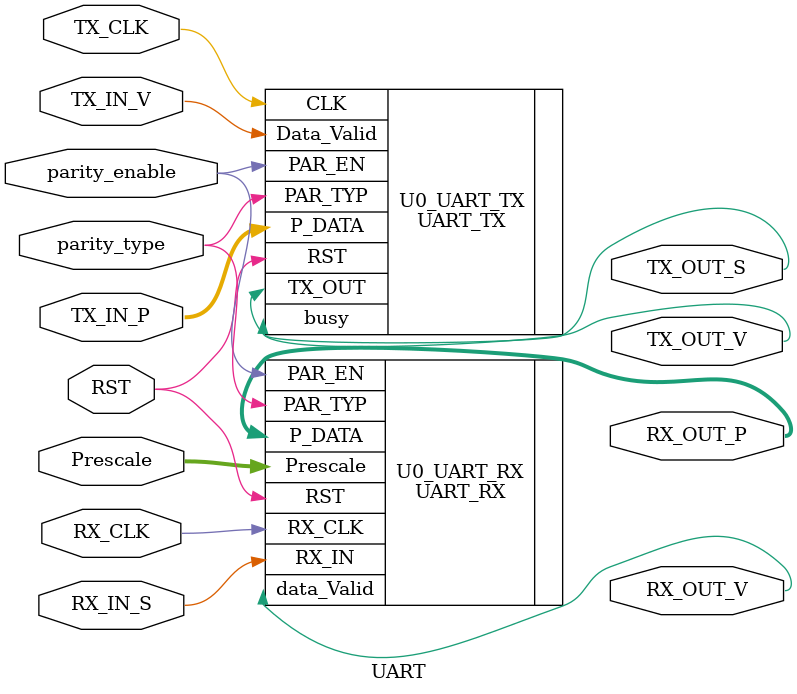
<source format=v>

module UART # ( parameter DATA_WIDTH = 8)

(
 input   wire                          RST,
 input   wire                          TX_CLK,
 input   wire                          RX_CLK,
 input   wire                          RX_IN_S,
 output  wire   [DATA_WIDTH-1:0]       RX_OUT_P, 
 output  wire                          RX_OUT_V,
 input   wire   [DATA_WIDTH-1:0]       TX_IN_P, 
 input   wire                          TX_IN_V, 
 output  wire                          TX_OUT_S,
 output  wire                          TX_OUT_V,  
 input   wire   [5:0]                  Prescale, 
 input   wire                          parity_enable,
 input   wire                          parity_type


);


UART_TX  U0_UART_TX (
.CLK(TX_CLK),
.RST(RST),
.P_DATA(TX_IN_P),
.Data_Valid(TX_IN_V),
.PAR_EN(parity_enable),
.PAR_TYP(parity_type), 
.TX_OUT(TX_OUT_S),
.busy(TX_OUT_V)
);
 
 
UART_RX U0_UART_RX (
.RX_CLK(RX_CLK),
.RST(RST),
.RX_IN(RX_IN_S),
.Prescale(Prescale),
.PAR_EN(parity_enable),
.PAR_TYP(parity_type),
.P_DATA(RX_OUT_P), 
.data_Valid(RX_OUT_V)
);
 


endmodule
 


</source>
